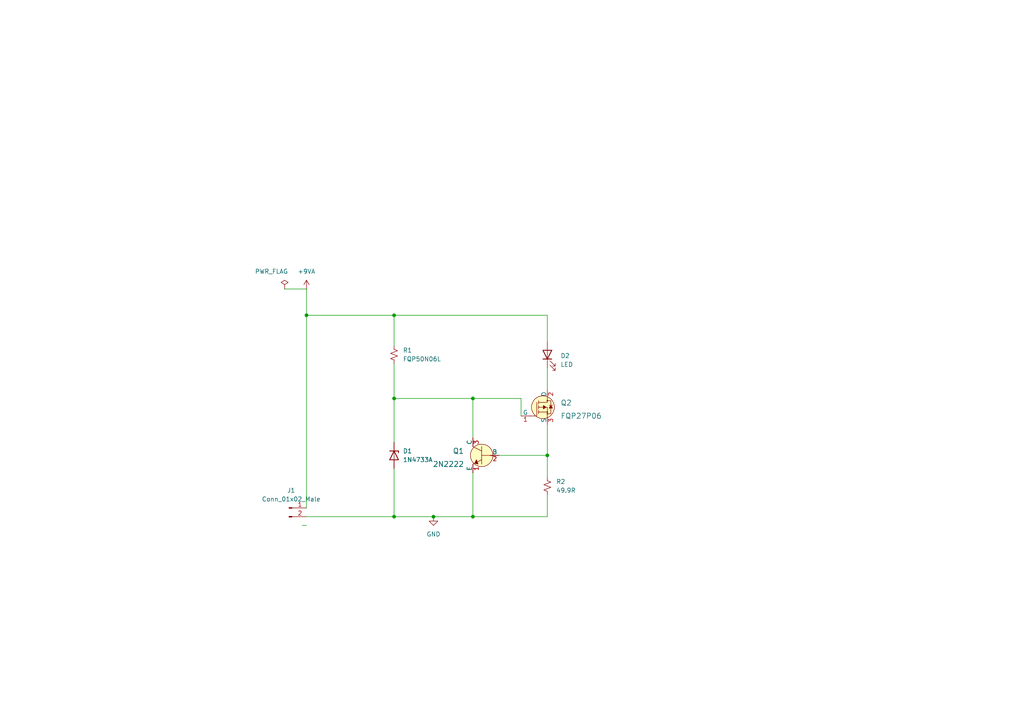
<source format=kicad_sch>
(kicad_sch (version 20211123) (generator eeschema)
  (paper "A4")
  (lib_symbols
    (symbol "Connector:Conn_01x02_Male" (pin_names (offset 1.016) hide)
      (property "Reference" "J" (at 0 2.54 0))
      (property "Value" "Conn_01x02_Male" (at 0 -5.08 0))
      (symbol "Conn_01x02_Male_1_1"
        (polyline (pts (xy 1.27 -2.54) (xy 0.8636 -2.54)) (stroke (width 0.1524)))
        (polyline (pts (xy 1.27 0) (xy 0.8636 0)) (stroke (width 0.1524)))
        (rectangle (start 0.8636 -2.413) (end 0 -2.667) (stroke (width 0.1524)) (fill (type outline)))
        (rectangle (start 0.8636 0.127) (end 0 -0.127) (stroke (width 0.1524)) (fill (type outline)))
        (pin passive line (at 5.08 0 180) (length 3.81) (name "Pin_1") (number "1"))
        (pin passive line (at 5.08 -2.54 180) (length 3.81) (name "Pin_2") (number "2"))
      )
    )
    (symbol "Device:D_Zener" (pin_numbers hide) (pin_names (offset 1.016) hide)
      (property "Reference" "D" (at 0 2.54 0))
      (property "Value" "D_Zener" (at 0 -2.54 0))
      (symbol "D_Zener_0_1"
        (polyline (pts (xy 1.27 0) (xy -1.27 0)))
        (polyline (pts (xy -1.27 -1.27) (xy -1.27 1.27) (xy -0.762 1.27)) (stroke (width 0.254)))
        (polyline (pts (xy 1.27 -1.27) (xy 1.27 1.27) (xy -1.27 0) (xy 1.27 -1.27)) (stroke (width 0.254)))
      )
      (symbol "D_Zener_1_1"
        (pin passive line (at -3.81 0 0) (length 2.54) (name "K") (number "1"))
        (pin passive line (at 3.81 0 180) (length 2.54) (name "A") (number "2"))
      )
    )
    (symbol "Device:LED" (pin_numbers hide) (pin_names (offset 1.016) hide)
      (property "Reference" "D" (at 0 2.54 0))
      (property "Value" "LED" (at 0 -2.54 0))
      (symbol "LED_0_1"
        (polyline (pts (xy -1.27 -1.27) (xy -1.27 1.27)) (stroke (width 0.254)))
        (polyline (pts (xy -1.27 0) (xy 1.27 0)))
        (polyline (pts (xy 1.27 -1.27) (xy 1.27 1.27) (xy -1.27 0) (xy 1.27 -1.27)) (stroke (width 0.254)))
        (polyline (pts (xy -3.048 -0.762) (xy -4.572 -2.286) (xy -3.81 -2.286) (xy -4.572 -2.286) (xy -4.572 -1.524)))
        (polyline (pts (xy -1.778 -0.762) (xy -3.302 -2.286) (xy -2.54 -2.286) (xy -3.302 -2.286) (xy -3.302 -1.524)))
      )
      (symbol "LED_1_1"
        (pin passive line (at -3.81 0 0) (length 2.54) (name "K") (number "1"))
        (pin passive line (at 3.81 0 180) (length 2.54) (name "A") (number "2"))
      )
    )
    (symbol "Device:R_Small_US" (pin_numbers hide) (pin_names (offset 0.254) hide)
      (property "Reference" "R" (at 0.762 0.508 0))
      (property "Value" "R_Small_US" (at 0.762 -1.016 0))
      (symbol "R_Small_US_1_1"
        (polyline (pts (xy 0 0) (xy 1.016 -0.381) (xy 0 -0.762) (xy -1.016 -1.143) (xy 0 -1.524)))
        (polyline (pts (xy 0 1.524) (xy 1.016 1.143) (xy 0 0.762) (xy -1.016 0.381) (xy 0 0)))
        (pin passive line (at 0 2.54 270) (length 1.016) (name "~") (number "1"))
        (pin passive line (at 0 -2.54 90) (length 1.016) (name "~") (number "2"))
      )
    )
    (symbol "dk_Transistors-Bipolar-BJT-Single:2N2222A" (pin_names (offset 0))
      (property "Reference" "Q" (at -3.2004 4.2164 0))
      (property "Value" "2N2222A" (at 5.2324 0 90))
      (symbol "2N2222A_0_1"
        (polyline (pts (xy -3.81 0) (xy -2.54 0)))
        (polyline (pts (xy -3.556 0) (xy 0 0)))
        (polyline (pts (xy 0 -1.27) (xy 2.54 -2.54)))
        (polyline (pts (xy 0 1.27) (xy 2.54 2.54)))
        (polyline (pts (xy 0 2.54) (xy 0 -2.54)))
        (polyline (pts (xy 1.524 -1.27) (xy 2.032 -2.286) (xy 1.016 -2.54) (xy 1.524 -1.27)) (fill (type outline)))
        (circle (center 0 0) (radius 3.2512) (fill (type background)))
      )
      (symbol "2N2222A_1_1"
        (pin passive line (at 2.54 -5.08 90) (length 2.54) (name "E") (number "1"))
        (pin input line (at -5.08 0 0) (length 2.54) (name "B") (number "2"))
        (pin passive line (at 2.54 5.08 270) (length 2.54) (name "C") (number "3"))
      )
    )
    (symbol "dk_Transistors-FETs-MOSFETs-Single:FQP27P06" (pin_names (offset 0))
      (property "Reference" "Q" (at -2.6924 3.6322 0))
      (property "Value" "FQP27P06" (at 3.4544 0 90))
      (symbol "FQP27P06_0_1"
        (circle (center -1.27 0) (radius 3.302) (fill (type background)))
        (circle (center 0 -1.905) (radius 0.127))
        (circle (center 0 -1.397) (radius 0.127))
        (polyline (pts (xy 0 -1.397) (xy -2.54 -1.397)))
        (polyline (pts (xy -5.08 -2.54) (xy -3.048 -2.54) (xy -3.048 1.397)))
        (polyline (pts (xy 0 -2.54) (xy 0 0) (xy -2.54 0)))
        (polyline (pts (xy 0 2.54) (xy 0 1.397) (xy -2.54 1.397)))
        (polyline (pts (xy -0.127 -1.905) (xy 1.016 -1.905) (xy 1.016 1.397) (xy 1.016 1.905) (xy -0.127 1.905)))
        (circle (center 0 1.905) (radius 0.127))
      )
      (symbol "FQP27P06_1_1"
        (polyline (pts (xy -2.54 -1.397) (xy -2.54 -1.905)))
        (polyline (pts (xy -2.54 -1.397) (xy -2.54 -0.889)))
        (polyline (pts (xy -2.54 0) (xy -2.54 -0.508)))
        (polyline (pts (xy -2.54 0) (xy -2.54 0.508)))
        (polyline (pts (xy -2.54 1.905) (xy -2.54 0.889)))
        (polyline (pts (xy 1.524 0.508) (xy 0.508 0.508)))
        (polyline (pts (xy -0.381 0) (xy -1.143 0.508) (xy -1.143 -0.508) (xy -0.381 0)) (fill (type outline)))
        (polyline (pts (xy 1.016 0.508) (xy 0.508 -0.254) (xy 1.524 -0.254) (xy 1.016 0.508)) (fill (type outline)))
        (pin bidirectional line (at -7.62 -2.54 0) (length 2.54) (name "G") (number "1"))
        (pin bidirectional line (at 0 5.08 270) (length 2.54) (name "D") (number "2"))
        (pin bidirectional line (at 0 -5.08 90) (length 2.54) (name "S") (number "3"))
      )
    )
    (symbol "power:+9VA" (power) (pin_names (offset 0))
      (property "Value" "+9VA" (at 0 3.81 0))
      (symbol "+9VA_0_1"
        (polyline (pts (xy -0.762 1.27) (xy 0 2.54)))
        (polyline (pts (xy 0 0) (xy 0 2.54)))
        (polyline (pts (xy 0 2.54) (xy 0.762 1.27)))
      )
      (symbol "+9VA_1_1"
        (pin power_in line (at 0 0 90) (length 0) hide (name "+9VA") (number "1"))
      )
    )
    (symbol "power:GND" (power) (pin_names (offset 0))
      (property "Value" "GND" (at 0 -3.81 0))
      (symbol "GND_0_1"
        (polyline (pts (xy 0 0) (xy 0 -1.27) (xy 1.27 -1.27) (xy 0 -2.54) (xy -1.27 -1.27) (xy 0 -1.27)))
      )
      (symbol "GND_1_1"
        (pin power_in line (at 0 0 270) (length 0) hide (name "GND") (number "1"))
      )
    )
    (symbol "power:PWR_FLAG" (power) (pin_numbers hide) (pin_names (offset 0) hide)
      (property "Value" "PWR_FLAG" (at 0 3.81 0))
      (symbol "PWR_FLAG_0_0"
        (pin power_out line (at 0 0 90) (length 0) (name "pwr") (number "1"))
      )
      (symbol "PWR_FLAG_0_1"
        (polyline (pts (xy 0 0) (xy 0 1.27) (xy -1.016 1.905) (xy 0 2.54) (xy 1.016 1.905) (xy 0 1.27)))
      )
    )
  )
  (junction (at 114.3 149.86))
  (junction (at 125.73 149.86))
  (junction (at 114.3 115.57))
  (junction (at 114.3 91.44))
  (junction (at 137.16 149.86))
  (junction (at 88.9 91.44))
  (junction (at 137.16 115.57))
  (junction (at 158.75 132.08))
  (wire (pts (xy 158.75 91.44) (xy 158.75 99.06)))
  (wire (pts (xy 137.16 115.57) (xy 151.13 115.57)))
  (wire (pts (xy 88.9 83.82) (xy 88.9 91.44)))
  (wire (pts (xy 88.9 149.86) (xy 114.3 149.86)))
  (wire (pts (xy 114.3 135.89) (xy 114.3 149.86)))
  (wire (pts (xy 125.73 149.86) (xy 137.16 149.86)))
  (wire (pts (xy 114.3 115.57) (xy 114.3 128.27)))
  (wire (pts (xy 88.9 152.4) (xy 87.63 152.4)))
  (wire (pts (xy 158.75 123.19) (xy 158.75 132.08)))
  (wire (pts (xy 114.3 91.44) (xy 158.75 91.44)))
  (wire (pts (xy 158.75 143.51) (xy 158.75 149.86)))
  (wire (pts (xy 151.13 120.65) (xy 151.13 115.57)))
  (wire (pts (xy 82.55 83.82) (xy 88.9 83.82)))
  (wire (pts (xy 137.16 149.86) (xy 158.75 149.86)))
  (wire (pts (xy 137.16 137.16) (xy 137.16 149.86)))
  (wire (pts (xy 144.78 132.08) (xy 158.75 132.08)))
  (wire (pts (xy 158.75 106.68) (xy 158.75 113.03)))
  (wire (pts (xy 114.3 149.86) (xy 125.73 149.86)))
  (wire (pts (xy 158.75 132.08) (xy 158.75 138.43)))
  (wire (pts (xy 114.3 100.33) (xy 114.3 91.44)))
  (wire (pts (xy 88.9 91.44) (xy 88.9 147.32)))
  (wire (pts (xy 114.3 115.57) (xy 137.16 115.57)))
  (wire (pts (xy 88.9 91.44) (xy 114.3 91.44)))
  (wire (pts (xy 114.3 105.41) (xy 114.3 115.57)))
  (wire (pts (xy 137.16 115.57) (xy 137.16 127)))
  (symbol (lib_id "dk_Transistors-Bipolar-BJT-Single:2N2222A") (at 139.7 132.08 0) (mirror y) (unit 1)
    (property "Reference" "Q1" (at 134.62 130.81 0) (effects (font (size 1.524 1.524)) (justify left)))
    (property "Value" "2N2222" (at 134.62 134.62 0) (effects (font (size 1.524 1.524)) (justify left)))
    (property "Footprint" "digikey-footprints:TO-18-3" (effects hide))
    (property "Datasheet" "https://my.centralsemi.com/get_document.php?cmp=1&mergetype=pd&mergepath=pd&pdf_id=2N2221A.PDF" (effects hide))
    (property "Digi-Key_PN" "2N2222ACS-ND" (effects hide))
    (property "MPN" "2N2222A" (effects hide))
    (property "Category" "Discrete Semiconductor Products" (effects hide))
    (property "Family" "Transistors - Bipolar (BJT) - Single" (effects hide))
    (property "DK_Datasheet_Link" "https://my.centralsemi.com/get_document.php?cmp=1&mergetype=pd&mergepath=pd&pdf_id=2N2221A.PDF" (effects hide))
    (property "DK_Detail_Page" "/product-detail/en/central-semiconductor-corp/2N2222A/2N2222ACS-ND/4806845" (effects hide))
    (property "Description" "TRANS NPN 40V 0.8A TO-18" (effects hide))
    (property "Manufacturer" "Central Semiconductor Corp" (effects hide))
    (property "Status" "Active" (effects hide))
  )
  (symbol (lib_id "Connector:Conn_01x02_Male") (at 83.82 147.32 0) (unit 1)
    (property "Reference" "J1" (at 84.455 142.24 0))
    (property "Value" "Conn_01x02_Male" (at 84.455 144.78 0))
    (property "Footprint" "Connector_PinHeader_2.54mm:PinHeader_1x02_P2.54mm_Vertical" (effects hide))
  )
  (symbol (lib_id "power:GND") (at 125.73 149.86 0) (unit 1)
    (property "Reference" "#PWR02" (effects hide))
    (property "Value" "GND" (at 125.73 154.94 0))
  )
  (symbol (lib_id "Device:D_Zener") (at 114.3 132.08 270) (unit 1)
    (property "Reference" "D1" (at 116.84 130.8099 90) (effects (justify left)))
    (property "Value" "1N4733A" (at 116.84 133.3499 90) (effects (justify left)))
    (property "Footprint" "Diode_SMD:D_SMA_Handsoldering" (effects hide))
  )
  (symbol (lib_id "dk_Transistors-FETs-MOSFETs-Single:FQP27P06") (at 158.75 118.11 0) (unit 1)
    (property "Reference" "Q2" (at 162.56 116.84 0) (effects (font (size 1.524 1.524)) (justify left)))
    (property "Value" "FQP27P06" (at 162.56 120.65 0) (effects (font (size 1.524 1.524)) (justify left)))
    (property "Footprint" "digikey-footprints:TO-220-3" (effects hide))
    (property "Datasheet" "https://www.onsemi.com/pub/Collateral/FQP27P06-D.PDF" (effects hide))
    (property "Digi-Key_PN" "FQP27P06-ND" (effects hide))
    (property "MPN" "FQP27P06" (effects hide))
    (property "Category" "Discrete Semiconductor Products" (effects hide))
    (property "Family" "Transistors - FETs, MOSFETs - Single" (effects hide))
    (property "DK_Datasheet_Link" "https://www.onsemi.com/pub/Collateral/FQP27P06-D.PDF" (effects hide))
    (property "DK_Detail_Page" "/product-detail/en/on-semiconductor/FQP27P06/FQP27P06-ND/965349" (effects hide))
    (property "Description" "MOSFET P-CH 60V 27A TO-220" (effects hide))
    (property "Manufacturer" "ON Semiconductor" (effects hide))
    (property "Status" "Active" (effects hide))
  )
  (symbol (lib_id "Device:LED") (at 158.75 102.87 90) (unit 1)
    (property "Reference" "D2" (at 162.56 103.1874 90) (effects (justify right)))
    (property "Value" "LED" (at 162.56 105.7274 90) (effects (justify right)))
    (property "Footprint" "LED_THT:Chanzon_LED" (effects hide))
  )
  (symbol (lib_id "Device:R_Small_US") (at 114.3 102.87 0) (unit 1)
    (property "Reference" "R1" (at 116.84 101.5999 0) (effects (justify left)))
    (property "Value" "FQP50N06L" (at 116.84 104.1399 0) (effects (justify left)))
    (property "Footprint" "Resistor_THT:R_Axial_DIN0207_L6.3mm_D2.5mm_P10.16mm_Horizontal" (effects hide))
  )
  (symbol (lib_id "power:+9VA") (at 88.9 83.82 0) (unit 1)
    (property "Reference" "#PWR01" (effects hide))
    (property "Value" "+9VA" (at 88.9 78.74 0))
  )
  (symbol (lib_id "Device:R_Small_US") (at 158.75 140.97 0) (unit 1)
    (property "Reference" "R2" (at 161.29 139.6999 0) (effects (justify left)))
    (property "Value" "49.9R" (at 161.29 142.2399 0) (effects (justify left)))
    (property "Footprint" "Resistor_SMD:Resistor-WSC000249R90FEB" (effects hide))
  )
  (symbol (lib_id "power:PWR_FLAG") (at 82.55 83.82 0) (unit 1)
    (property "Reference" "#FLG01" (effects hide))
    (property "Value" "PWR_FLAG" (at 78.74 78.74 0))
  )
)
</source>
